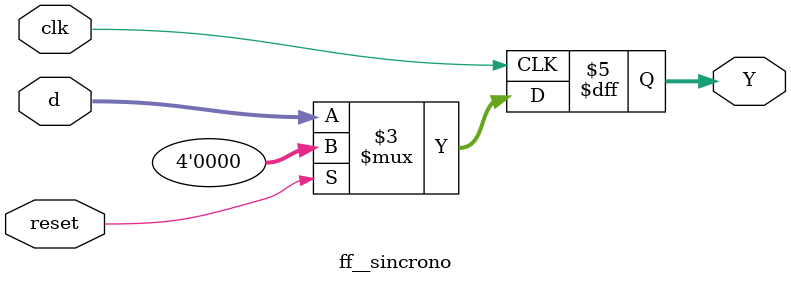
<source format=v>
module ff__asincrono(input wire clk, reset, input wire [3:0]d, output reg [3:0]Y);//FF con reset asincrono
  always @(posedge clk, posedge reset) begin
    if (reset) Y <= 4'b0;
    else Y <= d;
  end
endmodule

module ff__sincrono(input wire clk, reset,input wire [3:0]d, output reg [3:0]Y) ;  //FF con reset síncrono
  always @(posedge clk) begin
    if (reset)  Y <= 4'b0;
    else  Y <= d;
  end
endmodule

</source>
